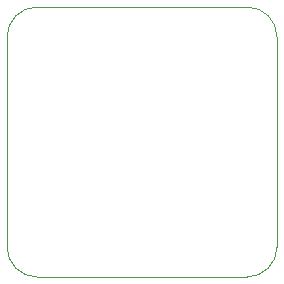
<source format=gbr>
G04 #@! TF.GenerationSoftware,KiCad,Pcbnew,(5.1.5)-3*
G04 #@! TF.CreationDate,2021-10-23T23:41:10-05:00*
G04 #@! TF.ProjectId,MagneticSensor,4d61676e-6574-4696-9353-656e736f722e,rev?*
G04 #@! TF.SameCoordinates,Original*
G04 #@! TF.FileFunction,Profile,NP*
%FSLAX46Y46*%
G04 Gerber Fmt 4.6, Leading zero omitted, Abs format (unit mm)*
G04 Created by KiCad (PCBNEW (5.1.5)-3) date 2021-10-23 23:41:10*
%MOMM*%
%LPD*%
G04 APERTURE LIST*
%ADD10C,0.050000*%
G04 APERTURE END LIST*
D10*
X160020000Y-106680000D02*
G75*
G02X157480000Y-109220000I-2540000J0D01*
G01*
X139700000Y-109220000D02*
G75*
G02X137160000Y-106680000I0J2540000D01*
G01*
X137160000Y-88900000D02*
G75*
G02X139700000Y-86360000I2540000J0D01*
G01*
X157480000Y-86360000D02*
G75*
G02X160020000Y-88900000I0J-2540000D01*
G01*
X137160000Y-106680000D02*
X137160000Y-88900000D01*
X157480000Y-109220000D02*
X139700000Y-109220000D01*
X160020000Y-88900000D02*
X160020000Y-106680000D01*
X139700000Y-86360000D02*
X157480000Y-86360000D01*
M02*

</source>
